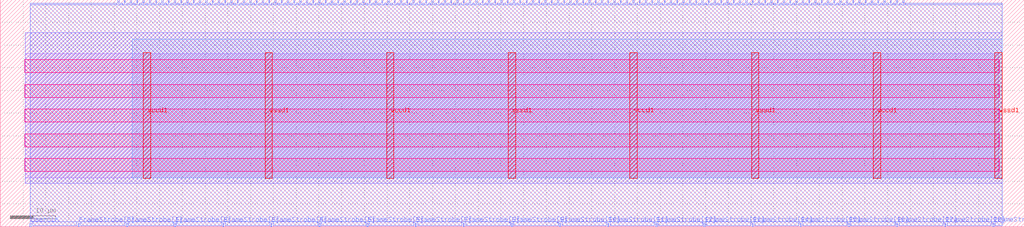
<source format=lef>
VERSION 5.7 ;
  NOWIREEXTENSIONATPIN ON ;
  DIVIDERCHAR "/" ;
  BUSBITCHARS "[]" ;
MACRO S_term_single
  CLASS BLOCK ;
  FOREIGN S_term_single ;
  ORIGIN 0.000 0.000 ;
  SIZE 225.000 BY 50.000 ;
  PIN Co
    DIRECTION OUTPUT TRISTATE ;
    USE SIGNAL ;
    PORT
      LAYER met2 ;
        RECT 170.750 49.200 171.030 50.000 ;
    END
  END Co
  PIN FrameStrobe[0]
    DIRECTION INPUT ;
    USE SIGNAL ;
    ANTENNAGATEAREA 0.213000 ;
    PORT
      LAYER met2 ;
        RECT 17.110 0.000 17.390 0.800 ;
    END
  END FrameStrobe[0]
  PIN FrameStrobe[10]
    DIRECTION INPUT ;
    USE SIGNAL ;
    ANTENNAGATEAREA 0.196500 ;
    PORT
      LAYER met2 ;
        RECT 122.910 0.000 123.190 0.800 ;
    END
  END FrameStrobe[10]
  PIN FrameStrobe[11]
    DIRECTION INPUT ;
    USE SIGNAL ;
    ANTENNAGATEAREA 0.196500 ;
    PORT
      LAYER met2 ;
        RECT 133.490 0.000 133.770 0.800 ;
    END
  END FrameStrobe[11]
  PIN FrameStrobe[12]
    DIRECTION INPUT ;
    USE SIGNAL ;
    ANTENNAGATEAREA 0.196500 ;
    PORT
      LAYER met2 ;
        RECT 144.070 0.000 144.350 0.800 ;
    END
  END FrameStrobe[12]
  PIN FrameStrobe[13]
    DIRECTION INPUT ;
    USE SIGNAL ;
    ANTENNAGATEAREA 0.196500 ;
    PORT
      LAYER met2 ;
        RECT 154.650 0.000 154.930 0.800 ;
    END
  END FrameStrobe[13]
  PIN FrameStrobe[14]
    DIRECTION INPUT ;
    USE SIGNAL ;
    ANTENNAGATEAREA 0.196500 ;
    PORT
      LAYER met2 ;
        RECT 165.230 0.000 165.510 0.800 ;
    END
  END FrameStrobe[14]
  PIN FrameStrobe[15]
    DIRECTION INPUT ;
    USE SIGNAL ;
    ANTENNAGATEAREA 0.196500 ;
    PORT
      LAYER met2 ;
        RECT 175.810 0.000 176.090 0.800 ;
    END
  END FrameStrobe[15]
  PIN FrameStrobe[16]
    DIRECTION INPUT ;
    USE SIGNAL ;
    ANTENNAGATEAREA 0.196500 ;
    PORT
      LAYER met2 ;
        RECT 186.390 0.000 186.670 0.800 ;
    END
  END FrameStrobe[16]
  PIN FrameStrobe[17]
    DIRECTION INPUT ;
    USE SIGNAL ;
    ANTENNAGATEAREA 0.196500 ;
    PORT
      LAYER met2 ;
        RECT 196.970 0.000 197.250 0.800 ;
    END
  END FrameStrobe[17]
  PIN FrameStrobe[18]
    DIRECTION INPUT ;
    USE SIGNAL ;
    ANTENNAGATEAREA 0.196500 ;
    PORT
      LAYER met2 ;
        RECT 207.550 0.000 207.830 0.800 ;
    END
  END FrameStrobe[18]
  PIN FrameStrobe[19]
    DIRECTION INPUT ;
    USE SIGNAL ;
    ANTENNAGATEAREA 0.196500 ;
    PORT
      LAYER met2 ;
        RECT 218.130 0.000 218.410 0.800 ;
    END
  END FrameStrobe[19]
  PIN FrameStrobe[1]
    DIRECTION INPUT ;
    USE SIGNAL ;
    ANTENNAGATEAREA 0.126000 ;
    PORT
      LAYER met2 ;
        RECT 27.690 0.000 27.970 0.800 ;
    END
  END FrameStrobe[1]
  PIN FrameStrobe[2]
    DIRECTION INPUT ;
    USE SIGNAL ;
    ANTENNAGATEAREA 0.126000 ;
    PORT
      LAYER met2 ;
        RECT 38.270 0.000 38.550 0.800 ;
    END
  END FrameStrobe[2]
  PIN FrameStrobe[3]
    DIRECTION INPUT ;
    USE SIGNAL ;
    ANTENNAGATEAREA 0.196500 ;
    PORT
      LAYER met2 ;
        RECT 48.850 0.000 49.130 0.800 ;
    END
  END FrameStrobe[3]
  PIN FrameStrobe[4]
    DIRECTION INPUT ;
    USE SIGNAL ;
    ANTENNAGATEAREA 0.196500 ;
    PORT
      LAYER met2 ;
        RECT 59.430 0.000 59.710 0.800 ;
    END
  END FrameStrobe[4]
  PIN FrameStrobe[5]
    DIRECTION INPUT ;
    USE SIGNAL ;
    ANTENNAGATEAREA 0.196500 ;
    PORT
      LAYER met2 ;
        RECT 70.010 0.000 70.290 0.800 ;
    END
  END FrameStrobe[5]
  PIN FrameStrobe[6]
    DIRECTION INPUT ;
    USE SIGNAL ;
    ANTENNAGATEAREA 0.196500 ;
    PORT
      LAYER met2 ;
        RECT 80.590 0.000 80.870 0.800 ;
    END
  END FrameStrobe[6]
  PIN FrameStrobe[7]
    DIRECTION INPUT ;
    USE SIGNAL ;
    ANTENNAGATEAREA 0.196500 ;
    PORT
      LAYER met2 ;
        RECT 91.170 0.000 91.450 0.800 ;
    END
  END FrameStrobe[7]
  PIN FrameStrobe[8]
    DIRECTION INPUT ;
    USE SIGNAL ;
    ANTENNAGATEAREA 0.196500 ;
    PORT
      LAYER met2 ;
        RECT 101.750 0.000 102.030 0.800 ;
    END
  END FrameStrobe[8]
  PIN FrameStrobe[9]
    DIRECTION INPUT ;
    USE SIGNAL ;
    ANTENNAGATEAREA 0.196500 ;
    PORT
      LAYER met2 ;
        RECT 112.330 0.000 112.610 0.800 ;
    END
  END FrameStrobe[9]
  PIN FrameStrobe_O[0]
    DIRECTION OUTPUT TRISTATE ;
    USE SIGNAL ;
    ANTENNADIFFAREA 0.795200 ;
    PORT
      LAYER met2 ;
        RECT 172.130 49.200 172.410 50.000 ;
    END
  END FrameStrobe_O[0]
  PIN FrameStrobe_O[10]
    DIRECTION OUTPUT TRISTATE ;
    USE SIGNAL ;
    ANTENNADIFFAREA 0.795200 ;
    PORT
      LAYER met2 ;
        RECT 185.930 49.200 186.210 50.000 ;
    END
  END FrameStrobe_O[10]
  PIN FrameStrobe_O[11]
    DIRECTION OUTPUT TRISTATE ;
    USE SIGNAL ;
    ANTENNADIFFAREA 0.795200 ;
    PORT
      LAYER met2 ;
        RECT 187.310 49.200 187.590 50.000 ;
    END
  END FrameStrobe_O[11]
  PIN FrameStrobe_O[12]
    DIRECTION OUTPUT TRISTATE ;
    USE SIGNAL ;
    ANTENNADIFFAREA 0.795200 ;
    PORT
      LAYER met2 ;
        RECT 188.690 49.200 188.970 50.000 ;
    END
  END FrameStrobe_O[12]
  PIN FrameStrobe_O[13]
    DIRECTION OUTPUT TRISTATE ;
    USE SIGNAL ;
    ANTENNADIFFAREA 0.795200 ;
    PORT
      LAYER met2 ;
        RECT 190.070 49.200 190.350 50.000 ;
    END
  END FrameStrobe_O[13]
  PIN FrameStrobe_O[14]
    DIRECTION OUTPUT TRISTATE ;
    USE SIGNAL ;
    ANTENNADIFFAREA 0.795200 ;
    PORT
      LAYER met2 ;
        RECT 191.450 49.200 191.730 50.000 ;
    END
  END FrameStrobe_O[14]
  PIN FrameStrobe_O[15]
    DIRECTION OUTPUT TRISTATE ;
    USE SIGNAL ;
    ANTENNADIFFAREA 0.795200 ;
    PORT
      LAYER met2 ;
        RECT 192.830 49.200 193.110 50.000 ;
    END
  END FrameStrobe_O[15]
  PIN FrameStrobe_O[16]
    DIRECTION OUTPUT TRISTATE ;
    USE SIGNAL ;
    ANTENNADIFFAREA 0.795200 ;
    PORT
      LAYER met2 ;
        RECT 194.210 49.200 194.490 50.000 ;
    END
  END FrameStrobe_O[16]
  PIN FrameStrobe_O[17]
    DIRECTION OUTPUT TRISTATE ;
    USE SIGNAL ;
    ANTENNADIFFAREA 0.795200 ;
    PORT
      LAYER met2 ;
        RECT 195.590 49.200 195.870 50.000 ;
    END
  END FrameStrobe_O[17]
  PIN FrameStrobe_O[18]
    DIRECTION OUTPUT TRISTATE ;
    USE SIGNAL ;
    ANTENNADIFFAREA 0.795200 ;
    PORT
      LAYER met2 ;
        RECT 196.970 49.200 197.250 50.000 ;
    END
  END FrameStrobe_O[18]
  PIN FrameStrobe_O[19]
    DIRECTION OUTPUT TRISTATE ;
    USE SIGNAL ;
    ANTENNADIFFAREA 0.795200 ;
    PORT
      LAYER met2 ;
        RECT 198.350 49.200 198.630 50.000 ;
    END
  END FrameStrobe_O[19]
  PIN FrameStrobe_O[1]
    DIRECTION OUTPUT TRISTATE ;
    USE SIGNAL ;
    ANTENNADIFFAREA 0.795200 ;
    PORT
      LAYER met2 ;
        RECT 173.510 49.200 173.790 50.000 ;
    END
  END FrameStrobe_O[1]
  PIN FrameStrobe_O[2]
    DIRECTION OUTPUT TRISTATE ;
    USE SIGNAL ;
    ANTENNADIFFAREA 0.795200 ;
    PORT
      LAYER met2 ;
        RECT 174.890 49.200 175.170 50.000 ;
    END
  END FrameStrobe_O[2]
  PIN FrameStrobe_O[3]
    DIRECTION OUTPUT TRISTATE ;
    USE SIGNAL ;
    ANTENNADIFFAREA 0.795200 ;
    PORT
      LAYER met2 ;
        RECT 176.270 49.200 176.550 50.000 ;
    END
  END FrameStrobe_O[3]
  PIN FrameStrobe_O[4]
    DIRECTION OUTPUT TRISTATE ;
    USE SIGNAL ;
    ANTENNADIFFAREA 0.795200 ;
    PORT
      LAYER met2 ;
        RECT 177.650 49.200 177.930 50.000 ;
    END
  END FrameStrobe_O[4]
  PIN FrameStrobe_O[5]
    DIRECTION OUTPUT TRISTATE ;
    USE SIGNAL ;
    ANTENNADIFFAREA 0.795200 ;
    PORT
      LAYER met2 ;
        RECT 179.030 49.200 179.310 50.000 ;
    END
  END FrameStrobe_O[5]
  PIN FrameStrobe_O[6]
    DIRECTION OUTPUT TRISTATE ;
    USE SIGNAL ;
    ANTENNADIFFAREA 0.795200 ;
    PORT
      LAYER met2 ;
        RECT 180.410 49.200 180.690 50.000 ;
    END
  END FrameStrobe_O[6]
  PIN FrameStrobe_O[7]
    DIRECTION OUTPUT TRISTATE ;
    USE SIGNAL ;
    ANTENNADIFFAREA 0.795200 ;
    PORT
      LAYER met2 ;
        RECT 181.790 49.200 182.070 50.000 ;
    END
  END FrameStrobe_O[7]
  PIN FrameStrobe_O[8]
    DIRECTION OUTPUT TRISTATE ;
    USE SIGNAL ;
    ANTENNADIFFAREA 0.795200 ;
    PORT
      LAYER met2 ;
        RECT 183.170 49.200 183.450 50.000 ;
    END
  END FrameStrobe_O[8]
  PIN FrameStrobe_O[9]
    DIRECTION OUTPUT TRISTATE ;
    USE SIGNAL ;
    ANTENNADIFFAREA 0.795200 ;
    PORT
      LAYER met2 ;
        RECT 184.550 49.200 184.830 50.000 ;
    END
  END FrameStrobe_O[9]
  PIN N1BEG[0]
    DIRECTION OUTPUT TRISTATE ;
    USE SIGNAL ;
    ANTENNADIFFAREA 0.795200 ;
    PORT
      LAYER met2 ;
        RECT 25.850 49.200 26.130 50.000 ;
    END
  END N1BEG[0]
  PIN N1BEG[1]
    DIRECTION OUTPUT TRISTATE ;
    USE SIGNAL ;
    ANTENNADIFFAREA 0.795200 ;
    PORT
      LAYER met2 ;
        RECT 27.230 49.200 27.510 50.000 ;
    END
  END N1BEG[1]
  PIN N1BEG[2]
    DIRECTION OUTPUT TRISTATE ;
    USE SIGNAL ;
    ANTENNADIFFAREA 0.795200 ;
    PORT
      LAYER met2 ;
        RECT 28.610 49.200 28.890 50.000 ;
    END
  END N1BEG[2]
  PIN N1BEG[3]
    DIRECTION OUTPUT TRISTATE ;
    USE SIGNAL ;
    ANTENNADIFFAREA 0.795200 ;
    PORT
      LAYER met2 ;
        RECT 29.990 49.200 30.270 50.000 ;
    END
  END N1BEG[3]
  PIN N2BEG[0]
    DIRECTION OUTPUT TRISTATE ;
    USE SIGNAL ;
    ANTENNADIFFAREA 0.795200 ;
    PORT
      LAYER met2 ;
        RECT 31.370 49.200 31.650 50.000 ;
    END
  END N2BEG[0]
  PIN N2BEG[1]
    DIRECTION OUTPUT TRISTATE ;
    USE SIGNAL ;
    ANTENNADIFFAREA 0.795200 ;
    PORT
      LAYER met2 ;
        RECT 32.750 49.200 33.030 50.000 ;
    END
  END N2BEG[1]
  PIN N2BEG[2]
    DIRECTION OUTPUT TRISTATE ;
    USE SIGNAL ;
    ANTENNADIFFAREA 0.795200 ;
    PORT
      LAYER met2 ;
        RECT 34.130 49.200 34.410 50.000 ;
    END
  END N2BEG[2]
  PIN N2BEG[3]
    DIRECTION OUTPUT TRISTATE ;
    USE SIGNAL ;
    ANTENNADIFFAREA 0.795200 ;
    PORT
      LAYER met2 ;
        RECT 35.510 49.200 35.790 50.000 ;
    END
  END N2BEG[3]
  PIN N2BEG[4]
    DIRECTION OUTPUT TRISTATE ;
    USE SIGNAL ;
    ANTENNADIFFAREA 0.795200 ;
    PORT
      LAYER met2 ;
        RECT 36.890 49.200 37.170 50.000 ;
    END
  END N2BEG[4]
  PIN N2BEG[5]
    DIRECTION OUTPUT TRISTATE ;
    USE SIGNAL ;
    ANTENNADIFFAREA 0.795200 ;
    PORT
      LAYER met2 ;
        RECT 38.270 49.200 38.550 50.000 ;
    END
  END N2BEG[5]
  PIN N2BEG[6]
    DIRECTION OUTPUT TRISTATE ;
    USE SIGNAL ;
    ANTENNADIFFAREA 0.795200 ;
    PORT
      LAYER met2 ;
        RECT 39.650 49.200 39.930 50.000 ;
    END
  END N2BEG[6]
  PIN N2BEG[7]
    DIRECTION OUTPUT TRISTATE ;
    USE SIGNAL ;
    ANTENNADIFFAREA 0.795200 ;
    PORT
      LAYER met2 ;
        RECT 41.030 49.200 41.310 50.000 ;
    END
  END N2BEG[7]
  PIN N2BEGb[0]
    DIRECTION OUTPUT TRISTATE ;
    USE SIGNAL ;
    ANTENNADIFFAREA 0.795200 ;
    PORT
      LAYER met2 ;
        RECT 42.410 49.200 42.690 50.000 ;
    END
  END N2BEGb[0]
  PIN N2BEGb[1]
    DIRECTION OUTPUT TRISTATE ;
    USE SIGNAL ;
    ANTENNADIFFAREA 0.795200 ;
    PORT
      LAYER met2 ;
        RECT 43.790 49.200 44.070 50.000 ;
    END
  END N2BEGb[1]
  PIN N2BEGb[2]
    DIRECTION OUTPUT TRISTATE ;
    USE SIGNAL ;
    ANTENNADIFFAREA 0.795200 ;
    PORT
      LAYER met2 ;
        RECT 45.170 49.200 45.450 50.000 ;
    END
  END N2BEGb[2]
  PIN N2BEGb[3]
    DIRECTION OUTPUT TRISTATE ;
    USE SIGNAL ;
    ANTENNADIFFAREA 0.795200 ;
    PORT
      LAYER met2 ;
        RECT 46.550 49.200 46.830 50.000 ;
    END
  END N2BEGb[3]
  PIN N2BEGb[4]
    DIRECTION OUTPUT TRISTATE ;
    USE SIGNAL ;
    ANTENNADIFFAREA 0.795200 ;
    PORT
      LAYER met2 ;
        RECT 47.930 49.200 48.210 50.000 ;
    END
  END N2BEGb[4]
  PIN N2BEGb[5]
    DIRECTION OUTPUT TRISTATE ;
    USE SIGNAL ;
    ANTENNADIFFAREA 0.795200 ;
    PORT
      LAYER met2 ;
        RECT 49.310 49.200 49.590 50.000 ;
    END
  END N2BEGb[5]
  PIN N2BEGb[6]
    DIRECTION OUTPUT TRISTATE ;
    USE SIGNAL ;
    ANTENNADIFFAREA 0.795200 ;
    PORT
      LAYER met2 ;
        RECT 50.690 49.200 50.970 50.000 ;
    END
  END N2BEGb[6]
  PIN N2BEGb[7]
    DIRECTION OUTPUT TRISTATE ;
    USE SIGNAL ;
    ANTENNADIFFAREA 0.795200 ;
    PORT
      LAYER met2 ;
        RECT 52.070 49.200 52.350 50.000 ;
    END
  END N2BEGb[7]
  PIN N4BEG[0]
    DIRECTION OUTPUT TRISTATE ;
    USE SIGNAL ;
    ANTENNADIFFAREA 0.795200 ;
    PORT
      LAYER met2 ;
        RECT 53.450 49.200 53.730 50.000 ;
    END
  END N4BEG[0]
  PIN N4BEG[10]
    DIRECTION OUTPUT TRISTATE ;
    USE SIGNAL ;
    ANTENNADIFFAREA 0.795200 ;
    PORT
      LAYER met2 ;
        RECT 67.250 49.200 67.530 50.000 ;
    END
  END N4BEG[10]
  PIN N4BEG[11]
    DIRECTION OUTPUT TRISTATE ;
    USE SIGNAL ;
    ANTENNADIFFAREA 0.795200 ;
    PORT
      LAYER met2 ;
        RECT 68.630 49.200 68.910 50.000 ;
    END
  END N4BEG[11]
  PIN N4BEG[12]
    DIRECTION OUTPUT TRISTATE ;
    USE SIGNAL ;
    ANTENNADIFFAREA 0.795200 ;
    PORT
      LAYER met2 ;
        RECT 70.010 49.200 70.290 50.000 ;
    END
  END N4BEG[12]
  PIN N4BEG[13]
    DIRECTION OUTPUT TRISTATE ;
    USE SIGNAL ;
    ANTENNADIFFAREA 0.795200 ;
    PORT
      LAYER met2 ;
        RECT 71.390 49.200 71.670 50.000 ;
    END
  END N4BEG[13]
  PIN N4BEG[14]
    DIRECTION OUTPUT TRISTATE ;
    USE SIGNAL ;
    ANTENNADIFFAREA 0.795200 ;
    PORT
      LAYER met2 ;
        RECT 72.770 49.200 73.050 50.000 ;
    END
  END N4BEG[14]
  PIN N4BEG[15]
    DIRECTION OUTPUT TRISTATE ;
    USE SIGNAL ;
    ANTENNADIFFAREA 0.795200 ;
    PORT
      LAYER met2 ;
        RECT 74.150 49.200 74.430 50.000 ;
    END
  END N4BEG[15]
  PIN N4BEG[1]
    DIRECTION OUTPUT TRISTATE ;
    USE SIGNAL ;
    ANTENNADIFFAREA 0.795200 ;
    PORT
      LAYER met2 ;
        RECT 54.830 49.200 55.110 50.000 ;
    END
  END N4BEG[1]
  PIN N4BEG[2]
    DIRECTION OUTPUT TRISTATE ;
    USE SIGNAL ;
    ANTENNADIFFAREA 0.795200 ;
    PORT
      LAYER met2 ;
        RECT 56.210 49.200 56.490 50.000 ;
    END
  END N4BEG[2]
  PIN N4BEG[3]
    DIRECTION OUTPUT TRISTATE ;
    USE SIGNAL ;
    ANTENNADIFFAREA 0.795200 ;
    PORT
      LAYER met2 ;
        RECT 57.590 49.200 57.870 50.000 ;
    END
  END N4BEG[3]
  PIN N4BEG[4]
    DIRECTION OUTPUT TRISTATE ;
    USE SIGNAL ;
    ANTENNADIFFAREA 0.795200 ;
    PORT
      LAYER met2 ;
        RECT 58.970 49.200 59.250 50.000 ;
    END
  END N4BEG[4]
  PIN N4BEG[5]
    DIRECTION OUTPUT TRISTATE ;
    USE SIGNAL ;
    ANTENNADIFFAREA 0.795200 ;
    PORT
      LAYER met2 ;
        RECT 60.350 49.200 60.630 50.000 ;
    END
  END N4BEG[5]
  PIN N4BEG[6]
    DIRECTION OUTPUT TRISTATE ;
    USE SIGNAL ;
    ANTENNADIFFAREA 0.795200 ;
    PORT
      LAYER met2 ;
        RECT 61.730 49.200 62.010 50.000 ;
    END
  END N4BEG[6]
  PIN N4BEG[7]
    DIRECTION OUTPUT TRISTATE ;
    USE SIGNAL ;
    ANTENNADIFFAREA 0.795200 ;
    PORT
      LAYER met2 ;
        RECT 63.110 49.200 63.390 50.000 ;
    END
  END N4BEG[7]
  PIN N4BEG[8]
    DIRECTION OUTPUT TRISTATE ;
    USE SIGNAL ;
    ANTENNADIFFAREA 0.795200 ;
    PORT
      LAYER met2 ;
        RECT 64.490 49.200 64.770 50.000 ;
    END
  END N4BEG[8]
  PIN N4BEG[9]
    DIRECTION OUTPUT TRISTATE ;
    USE SIGNAL ;
    ANTENNADIFFAREA 0.795200 ;
    PORT
      LAYER met2 ;
        RECT 65.870 49.200 66.150 50.000 ;
    END
  END N4BEG[9]
  PIN NN4BEG[0]
    DIRECTION OUTPUT TRISTATE ;
    USE SIGNAL ;
    ANTENNADIFFAREA 0.795200 ;
    PORT
      LAYER met2 ;
        RECT 75.530 49.200 75.810 50.000 ;
    END
  END NN4BEG[0]
  PIN NN4BEG[10]
    DIRECTION OUTPUT TRISTATE ;
    USE SIGNAL ;
    ANTENNADIFFAREA 0.795200 ;
    PORT
      LAYER met2 ;
        RECT 89.330 49.200 89.610 50.000 ;
    END
  END NN4BEG[10]
  PIN NN4BEG[11]
    DIRECTION OUTPUT TRISTATE ;
    USE SIGNAL ;
    ANTENNADIFFAREA 0.795200 ;
    PORT
      LAYER met2 ;
        RECT 90.710 49.200 90.990 50.000 ;
    END
  END NN4BEG[11]
  PIN NN4BEG[12]
    DIRECTION OUTPUT TRISTATE ;
    USE SIGNAL ;
    ANTENNADIFFAREA 0.795200 ;
    PORT
      LAYER met2 ;
        RECT 92.090 49.200 92.370 50.000 ;
    END
  END NN4BEG[12]
  PIN NN4BEG[13]
    DIRECTION OUTPUT TRISTATE ;
    USE SIGNAL ;
    ANTENNADIFFAREA 0.795200 ;
    PORT
      LAYER met2 ;
        RECT 93.470 49.200 93.750 50.000 ;
    END
  END NN4BEG[13]
  PIN NN4BEG[14]
    DIRECTION OUTPUT TRISTATE ;
    USE SIGNAL ;
    ANTENNADIFFAREA 0.795200 ;
    PORT
      LAYER met2 ;
        RECT 94.850 49.200 95.130 50.000 ;
    END
  END NN4BEG[14]
  PIN NN4BEG[15]
    DIRECTION OUTPUT TRISTATE ;
    USE SIGNAL ;
    ANTENNADIFFAREA 0.795200 ;
    PORT
      LAYER met2 ;
        RECT 96.230 49.200 96.510 50.000 ;
    END
  END NN4BEG[15]
  PIN NN4BEG[1]
    DIRECTION OUTPUT TRISTATE ;
    USE SIGNAL ;
    ANTENNADIFFAREA 0.795200 ;
    PORT
      LAYER met2 ;
        RECT 76.910 49.200 77.190 50.000 ;
    END
  END NN4BEG[1]
  PIN NN4BEG[2]
    DIRECTION OUTPUT TRISTATE ;
    USE SIGNAL ;
    ANTENNADIFFAREA 0.795200 ;
    PORT
      LAYER met2 ;
        RECT 78.290 49.200 78.570 50.000 ;
    END
  END NN4BEG[2]
  PIN NN4BEG[3]
    DIRECTION OUTPUT TRISTATE ;
    USE SIGNAL ;
    ANTENNADIFFAREA 0.795200 ;
    PORT
      LAYER met2 ;
        RECT 79.670 49.200 79.950 50.000 ;
    END
  END NN4BEG[3]
  PIN NN4BEG[4]
    DIRECTION OUTPUT TRISTATE ;
    USE SIGNAL ;
    ANTENNADIFFAREA 0.795200 ;
    PORT
      LAYER met2 ;
        RECT 81.050 49.200 81.330 50.000 ;
    END
  END NN4BEG[4]
  PIN NN4BEG[5]
    DIRECTION OUTPUT TRISTATE ;
    USE SIGNAL ;
    ANTENNADIFFAREA 0.795200 ;
    PORT
      LAYER met2 ;
        RECT 82.430 49.200 82.710 50.000 ;
    END
  END NN4BEG[5]
  PIN NN4BEG[6]
    DIRECTION OUTPUT TRISTATE ;
    USE SIGNAL ;
    ANTENNADIFFAREA 0.795200 ;
    PORT
      LAYER met2 ;
        RECT 83.810 49.200 84.090 50.000 ;
    END
  END NN4BEG[6]
  PIN NN4BEG[7]
    DIRECTION OUTPUT TRISTATE ;
    USE SIGNAL ;
    ANTENNADIFFAREA 0.795200 ;
    PORT
      LAYER met2 ;
        RECT 85.190 49.200 85.470 50.000 ;
    END
  END NN4BEG[7]
  PIN NN4BEG[8]
    DIRECTION OUTPUT TRISTATE ;
    USE SIGNAL ;
    ANTENNADIFFAREA 0.795200 ;
    PORT
      LAYER met2 ;
        RECT 86.570 49.200 86.850 50.000 ;
    END
  END NN4BEG[8]
  PIN NN4BEG[9]
    DIRECTION OUTPUT TRISTATE ;
    USE SIGNAL ;
    ANTENNADIFFAREA 0.795200 ;
    PORT
      LAYER met2 ;
        RECT 87.950 49.200 88.230 50.000 ;
    END
  END NN4BEG[9]
  PIN S1END[0]
    DIRECTION INPUT ;
    USE SIGNAL ;
    ANTENNAGATEAREA 0.196500 ;
    PORT
      LAYER met2 ;
        RECT 97.610 49.200 97.890 50.000 ;
    END
  END S1END[0]
  PIN S1END[1]
    DIRECTION INPUT ;
    USE SIGNAL ;
    ANTENNAGATEAREA 0.196500 ;
    PORT
      LAYER met2 ;
        RECT 98.990 49.200 99.270 50.000 ;
    END
  END S1END[1]
  PIN S1END[2]
    DIRECTION INPUT ;
    USE SIGNAL ;
    ANTENNAGATEAREA 0.196500 ;
    PORT
      LAYER met2 ;
        RECT 100.370 49.200 100.650 50.000 ;
    END
  END S1END[2]
  PIN S1END[3]
    DIRECTION INPUT ;
    USE SIGNAL ;
    ANTENNAGATEAREA 0.196500 ;
    PORT
      LAYER met2 ;
        RECT 101.750 49.200 102.030 50.000 ;
    END
  END S1END[3]
  PIN S2END[0]
    DIRECTION INPUT ;
    USE SIGNAL ;
    ANTENNAGATEAREA 0.196500 ;
    PORT
      LAYER met2 ;
        RECT 103.130 49.200 103.410 50.000 ;
    END
  END S2END[0]
  PIN S2END[1]
    DIRECTION INPUT ;
    USE SIGNAL ;
    ANTENNAGATEAREA 0.196500 ;
    PORT
      LAYER met2 ;
        RECT 104.510 49.200 104.790 50.000 ;
    END
  END S2END[1]
  PIN S2END[2]
    DIRECTION INPUT ;
    USE SIGNAL ;
    ANTENNAGATEAREA 0.196500 ;
    PORT
      LAYER met2 ;
        RECT 105.890 49.200 106.170 50.000 ;
    END
  END S2END[2]
  PIN S2END[3]
    DIRECTION INPUT ;
    USE SIGNAL ;
    ANTENNAGATEAREA 0.196500 ;
    PORT
      LAYER met2 ;
        RECT 107.270 49.200 107.550 50.000 ;
    END
  END S2END[3]
  PIN S2END[4]
    DIRECTION INPUT ;
    USE SIGNAL ;
    ANTENNAGATEAREA 0.196500 ;
    PORT
      LAYER met2 ;
        RECT 108.650 49.200 108.930 50.000 ;
    END
  END S2END[4]
  PIN S2END[5]
    DIRECTION INPUT ;
    USE SIGNAL ;
    ANTENNAGATEAREA 0.196500 ;
    PORT
      LAYER met2 ;
        RECT 110.030 49.200 110.310 50.000 ;
    END
  END S2END[5]
  PIN S2END[6]
    DIRECTION INPUT ;
    USE SIGNAL ;
    ANTENNAGATEAREA 0.196500 ;
    PORT
      LAYER met2 ;
        RECT 111.410 49.200 111.690 50.000 ;
    END
  END S2END[6]
  PIN S2END[7]
    DIRECTION INPUT ;
    USE SIGNAL ;
    ANTENNAGATEAREA 0.196500 ;
    PORT
      LAYER met2 ;
        RECT 112.790 49.200 113.070 50.000 ;
    END
  END S2END[7]
  PIN S2MID[0]
    DIRECTION INPUT ;
    USE SIGNAL ;
    ANTENNAGATEAREA 0.196500 ;
    PORT
      LAYER met2 ;
        RECT 114.170 49.200 114.450 50.000 ;
    END
  END S2MID[0]
  PIN S2MID[1]
    DIRECTION INPUT ;
    USE SIGNAL ;
    ANTENNAGATEAREA 0.196500 ;
    PORT
      LAYER met2 ;
        RECT 115.550 49.200 115.830 50.000 ;
    END
  END S2MID[1]
  PIN S2MID[2]
    DIRECTION INPUT ;
    USE SIGNAL ;
    ANTENNAGATEAREA 0.196500 ;
    PORT
      LAYER met2 ;
        RECT 116.930 49.200 117.210 50.000 ;
    END
  END S2MID[2]
  PIN S2MID[3]
    DIRECTION INPUT ;
    USE SIGNAL ;
    ANTENNAGATEAREA 0.196500 ;
    PORT
      LAYER met2 ;
        RECT 118.310 49.200 118.590 50.000 ;
    END
  END S2MID[3]
  PIN S2MID[4]
    DIRECTION INPUT ;
    USE SIGNAL ;
    ANTENNAGATEAREA 0.196500 ;
    PORT
      LAYER met2 ;
        RECT 119.690 49.200 119.970 50.000 ;
    END
  END S2MID[4]
  PIN S2MID[5]
    DIRECTION INPUT ;
    USE SIGNAL ;
    ANTENNAGATEAREA 0.196500 ;
    PORT
      LAYER met2 ;
        RECT 121.070 49.200 121.350 50.000 ;
    END
  END S2MID[5]
  PIN S2MID[6]
    DIRECTION INPUT ;
    USE SIGNAL ;
    ANTENNAGATEAREA 0.196500 ;
    PORT
      LAYER met2 ;
        RECT 122.450 49.200 122.730 50.000 ;
    END
  END S2MID[6]
  PIN S2MID[7]
    DIRECTION INPUT ;
    USE SIGNAL ;
    ANTENNAGATEAREA 0.196500 ;
    PORT
      LAYER met2 ;
        RECT 123.830 49.200 124.110 50.000 ;
    END
  END S2MID[7]
  PIN S4END[0]
    DIRECTION INPUT ;
    USE SIGNAL ;
    ANTENNAGATEAREA 0.196500 ;
    PORT
      LAYER met2 ;
        RECT 125.210 49.200 125.490 50.000 ;
    END
  END S4END[0]
  PIN S4END[10]
    DIRECTION INPUT ;
    USE SIGNAL ;
    ANTENNAGATEAREA 0.196500 ;
    PORT
      LAYER met2 ;
        RECT 139.010 49.200 139.290 50.000 ;
    END
  END S4END[10]
  PIN S4END[11]
    DIRECTION INPUT ;
    USE SIGNAL ;
    ANTENNAGATEAREA 0.196500 ;
    PORT
      LAYER met2 ;
        RECT 140.390 49.200 140.670 50.000 ;
    END
  END S4END[11]
  PIN S4END[12]
    DIRECTION INPUT ;
    USE SIGNAL ;
    ANTENNAGATEAREA 0.196500 ;
    PORT
      LAYER met2 ;
        RECT 141.770 49.200 142.050 50.000 ;
    END
  END S4END[12]
  PIN S4END[13]
    DIRECTION INPUT ;
    USE SIGNAL ;
    ANTENNAGATEAREA 0.196500 ;
    PORT
      LAYER met2 ;
        RECT 143.150 49.200 143.430 50.000 ;
    END
  END S4END[13]
  PIN S4END[14]
    DIRECTION INPUT ;
    USE SIGNAL ;
    ANTENNAGATEAREA 0.196500 ;
    PORT
      LAYER met2 ;
        RECT 144.530 49.200 144.810 50.000 ;
    END
  END S4END[14]
  PIN S4END[15]
    DIRECTION INPUT ;
    USE SIGNAL ;
    ANTENNAGATEAREA 0.196500 ;
    PORT
      LAYER met2 ;
        RECT 145.910 49.200 146.190 50.000 ;
    END
  END S4END[15]
  PIN S4END[1]
    DIRECTION INPUT ;
    USE SIGNAL ;
    ANTENNAGATEAREA 0.196500 ;
    PORT
      LAYER met2 ;
        RECT 126.590 49.200 126.870 50.000 ;
    END
  END S4END[1]
  PIN S4END[2]
    DIRECTION INPUT ;
    USE SIGNAL ;
    ANTENNAGATEAREA 0.196500 ;
    PORT
      LAYER met2 ;
        RECT 127.970 49.200 128.250 50.000 ;
    END
  END S4END[2]
  PIN S4END[3]
    DIRECTION INPUT ;
    USE SIGNAL ;
    ANTENNAGATEAREA 0.196500 ;
    PORT
      LAYER met2 ;
        RECT 129.350 49.200 129.630 50.000 ;
    END
  END S4END[3]
  PIN S4END[4]
    DIRECTION INPUT ;
    USE SIGNAL ;
    ANTENNAGATEAREA 0.196500 ;
    PORT
      LAYER met2 ;
        RECT 130.730 49.200 131.010 50.000 ;
    END
  END S4END[4]
  PIN S4END[5]
    DIRECTION INPUT ;
    USE SIGNAL ;
    ANTENNAGATEAREA 0.196500 ;
    PORT
      LAYER met2 ;
        RECT 132.110 49.200 132.390 50.000 ;
    END
  END S4END[5]
  PIN S4END[6]
    DIRECTION INPUT ;
    USE SIGNAL ;
    ANTENNAGATEAREA 0.196500 ;
    PORT
      LAYER met2 ;
        RECT 133.490 49.200 133.770 50.000 ;
    END
  END S4END[6]
  PIN S4END[7]
    DIRECTION INPUT ;
    USE SIGNAL ;
    ANTENNAGATEAREA 0.196500 ;
    PORT
      LAYER met2 ;
        RECT 134.870 49.200 135.150 50.000 ;
    END
  END S4END[7]
  PIN S4END[8]
    DIRECTION INPUT ;
    USE SIGNAL ;
    ANTENNAGATEAREA 0.196500 ;
    PORT
      LAYER met2 ;
        RECT 136.250 49.200 136.530 50.000 ;
    END
  END S4END[8]
  PIN S4END[9]
    DIRECTION INPUT ;
    USE SIGNAL ;
    ANTENNAGATEAREA 0.196500 ;
    PORT
      LAYER met2 ;
        RECT 137.630 49.200 137.910 50.000 ;
    END
  END S4END[9]
  PIN SS4END[0]
    DIRECTION INPUT ;
    USE SIGNAL ;
    ANTENNAGATEAREA 0.196500 ;
    PORT
      LAYER met2 ;
        RECT 147.290 49.200 147.570 50.000 ;
    END
  END SS4END[0]
  PIN SS4END[10]
    DIRECTION INPUT ;
    USE SIGNAL ;
    ANTENNAGATEAREA 0.196500 ;
    PORT
      LAYER met2 ;
        RECT 161.090 49.200 161.370 50.000 ;
    END
  END SS4END[10]
  PIN SS4END[11]
    DIRECTION INPUT ;
    USE SIGNAL ;
    ANTENNAGATEAREA 0.196500 ;
    PORT
      LAYER met2 ;
        RECT 162.470 49.200 162.750 50.000 ;
    END
  END SS4END[11]
  PIN SS4END[12]
    DIRECTION INPUT ;
    USE SIGNAL ;
    ANTENNAGATEAREA 0.196500 ;
    PORT
      LAYER met2 ;
        RECT 163.850 49.200 164.130 50.000 ;
    END
  END SS4END[12]
  PIN SS4END[13]
    DIRECTION INPUT ;
    USE SIGNAL ;
    ANTENNAGATEAREA 0.196500 ;
    PORT
      LAYER met2 ;
        RECT 165.230 49.200 165.510 50.000 ;
    END
  END SS4END[13]
  PIN SS4END[14]
    DIRECTION INPUT ;
    USE SIGNAL ;
    ANTENNAGATEAREA 0.196500 ;
    PORT
      LAYER met2 ;
        RECT 166.610 49.200 166.890 50.000 ;
    END
  END SS4END[14]
  PIN SS4END[15]
    DIRECTION INPUT ;
    USE SIGNAL ;
    ANTENNAGATEAREA 0.196500 ;
    PORT
      LAYER met2 ;
        RECT 167.990 49.200 168.270 50.000 ;
    END
  END SS4END[15]
  PIN SS4END[1]
    DIRECTION INPUT ;
    USE SIGNAL ;
    ANTENNAGATEAREA 0.196500 ;
    PORT
      LAYER met2 ;
        RECT 148.670 49.200 148.950 50.000 ;
    END
  END SS4END[1]
  PIN SS4END[2]
    DIRECTION INPUT ;
    USE SIGNAL ;
    ANTENNAGATEAREA 0.196500 ;
    PORT
      LAYER met2 ;
        RECT 150.050 49.200 150.330 50.000 ;
    END
  END SS4END[2]
  PIN SS4END[3]
    DIRECTION INPUT ;
    USE SIGNAL ;
    ANTENNAGATEAREA 0.196500 ;
    PORT
      LAYER met2 ;
        RECT 151.430 49.200 151.710 50.000 ;
    END
  END SS4END[3]
  PIN SS4END[4]
    DIRECTION INPUT ;
    USE SIGNAL ;
    ANTENNAGATEAREA 0.196500 ;
    PORT
      LAYER met2 ;
        RECT 152.810 49.200 153.090 50.000 ;
    END
  END SS4END[4]
  PIN SS4END[5]
    DIRECTION INPUT ;
    USE SIGNAL ;
    ANTENNAGATEAREA 0.196500 ;
    PORT
      LAYER met2 ;
        RECT 154.190 49.200 154.470 50.000 ;
    END
  END SS4END[5]
  PIN SS4END[6]
    DIRECTION INPUT ;
    USE SIGNAL ;
    ANTENNAGATEAREA 0.196500 ;
    PORT
      LAYER met2 ;
        RECT 155.570 49.200 155.850 50.000 ;
    END
  END SS4END[6]
  PIN SS4END[7]
    DIRECTION INPUT ;
    USE SIGNAL ;
    ANTENNAGATEAREA 0.196500 ;
    PORT
      LAYER met2 ;
        RECT 156.950 49.200 157.230 50.000 ;
    END
  END SS4END[7]
  PIN SS4END[8]
    DIRECTION INPUT ;
    USE SIGNAL ;
    ANTENNAGATEAREA 0.196500 ;
    PORT
      LAYER met2 ;
        RECT 158.330 49.200 158.610 50.000 ;
    END
  END SS4END[8]
  PIN SS4END[9]
    DIRECTION INPUT ;
    USE SIGNAL ;
    ANTENNAGATEAREA 0.196500 ;
    PORT
      LAYER met2 ;
        RECT 159.710 49.200 159.990 50.000 ;
    END
  END SS4END[9]
  PIN UserCLK
    DIRECTION INPUT ;
    USE SIGNAL ;
    ANTENNAGATEAREA 0.126000 ;
    PORT
      LAYER met2 ;
        RECT 6.530 0.000 6.810 0.800 ;
    END
  END UserCLK
  PIN UserCLKo
    DIRECTION OUTPUT TRISTATE ;
    USE SIGNAL ;
    ANTENNADIFFAREA 0.795200 ;
    PORT
      LAYER met2 ;
        RECT 169.370 49.200 169.650 50.000 ;
    END
  END UserCLKo
  PIN vccd1
    DIRECTION INOUT ;
    USE POWER ;
    PORT
      LAYER met4 ;
        RECT 31.455 10.640 33.055 38.320 ;
    END
    PORT
      LAYER met4 ;
        RECT 84.925 10.640 86.525 38.320 ;
    END
    PORT
      LAYER met4 ;
        RECT 138.395 10.640 139.995 38.320 ;
    END
    PORT
      LAYER met4 ;
        RECT 191.865 10.640 193.465 38.320 ;
    END
  END vccd1
  PIN vssd1
    DIRECTION INOUT ;
    USE GROUND ;
    PORT
      LAYER met4 ;
        RECT 58.190 10.640 59.790 38.320 ;
    END
    PORT
      LAYER met4 ;
        RECT 111.660 10.640 113.260 38.320 ;
    END
    PORT
      LAYER met4 ;
        RECT 165.130 10.640 166.730 38.320 ;
    END
    PORT
      LAYER met4 ;
        RECT 218.600 10.640 220.200 38.320 ;
    END
  END vssd1
  OBS
      LAYER nwell ;
        RECT 5.330 33.945 219.610 36.775 ;
        RECT 5.330 28.505 219.610 31.335 ;
        RECT 5.330 23.065 219.610 25.895 ;
        RECT 5.330 17.625 219.610 20.455 ;
        RECT 5.330 12.185 219.610 15.015 ;
      LAYER li1 ;
        RECT 5.520 10.795 219.420 38.165 ;
      LAYER met1 ;
        RECT 5.520 9.560 220.200 42.800 ;
      LAYER met2 ;
        RECT 6.540 48.920 25.570 49.200 ;
        RECT 26.410 48.920 26.950 49.200 ;
        RECT 27.790 48.920 28.330 49.200 ;
        RECT 29.170 48.920 29.710 49.200 ;
        RECT 30.550 48.920 31.090 49.200 ;
        RECT 31.930 48.920 32.470 49.200 ;
        RECT 33.310 48.920 33.850 49.200 ;
        RECT 34.690 48.920 35.230 49.200 ;
        RECT 36.070 48.920 36.610 49.200 ;
        RECT 37.450 48.920 37.990 49.200 ;
        RECT 38.830 48.920 39.370 49.200 ;
        RECT 40.210 48.920 40.750 49.200 ;
        RECT 41.590 48.920 42.130 49.200 ;
        RECT 42.970 48.920 43.510 49.200 ;
        RECT 44.350 48.920 44.890 49.200 ;
        RECT 45.730 48.920 46.270 49.200 ;
        RECT 47.110 48.920 47.650 49.200 ;
        RECT 48.490 48.920 49.030 49.200 ;
        RECT 49.870 48.920 50.410 49.200 ;
        RECT 51.250 48.920 51.790 49.200 ;
        RECT 52.630 48.920 53.170 49.200 ;
        RECT 54.010 48.920 54.550 49.200 ;
        RECT 55.390 48.920 55.930 49.200 ;
        RECT 56.770 48.920 57.310 49.200 ;
        RECT 58.150 48.920 58.690 49.200 ;
        RECT 59.530 48.920 60.070 49.200 ;
        RECT 60.910 48.920 61.450 49.200 ;
        RECT 62.290 48.920 62.830 49.200 ;
        RECT 63.670 48.920 64.210 49.200 ;
        RECT 65.050 48.920 65.590 49.200 ;
        RECT 66.430 48.920 66.970 49.200 ;
        RECT 67.810 48.920 68.350 49.200 ;
        RECT 69.190 48.920 69.730 49.200 ;
        RECT 70.570 48.920 71.110 49.200 ;
        RECT 71.950 48.920 72.490 49.200 ;
        RECT 73.330 48.920 73.870 49.200 ;
        RECT 74.710 48.920 75.250 49.200 ;
        RECT 76.090 48.920 76.630 49.200 ;
        RECT 77.470 48.920 78.010 49.200 ;
        RECT 78.850 48.920 79.390 49.200 ;
        RECT 80.230 48.920 80.770 49.200 ;
        RECT 81.610 48.920 82.150 49.200 ;
        RECT 82.990 48.920 83.530 49.200 ;
        RECT 84.370 48.920 84.910 49.200 ;
        RECT 85.750 48.920 86.290 49.200 ;
        RECT 87.130 48.920 87.670 49.200 ;
        RECT 88.510 48.920 89.050 49.200 ;
        RECT 89.890 48.920 90.430 49.200 ;
        RECT 91.270 48.920 91.810 49.200 ;
        RECT 92.650 48.920 93.190 49.200 ;
        RECT 94.030 48.920 94.570 49.200 ;
        RECT 95.410 48.920 95.950 49.200 ;
        RECT 96.790 48.920 97.330 49.200 ;
        RECT 98.170 48.920 98.710 49.200 ;
        RECT 99.550 48.920 100.090 49.200 ;
        RECT 100.930 48.920 101.470 49.200 ;
        RECT 102.310 48.920 102.850 49.200 ;
        RECT 103.690 48.920 104.230 49.200 ;
        RECT 105.070 48.920 105.610 49.200 ;
        RECT 106.450 48.920 106.990 49.200 ;
        RECT 107.830 48.920 108.370 49.200 ;
        RECT 109.210 48.920 109.750 49.200 ;
        RECT 110.590 48.920 111.130 49.200 ;
        RECT 111.970 48.920 112.510 49.200 ;
        RECT 113.350 48.920 113.890 49.200 ;
        RECT 114.730 48.920 115.270 49.200 ;
        RECT 116.110 48.920 116.650 49.200 ;
        RECT 117.490 48.920 118.030 49.200 ;
        RECT 118.870 48.920 119.410 49.200 ;
        RECT 120.250 48.920 120.790 49.200 ;
        RECT 121.630 48.920 122.170 49.200 ;
        RECT 123.010 48.920 123.550 49.200 ;
        RECT 124.390 48.920 124.930 49.200 ;
        RECT 125.770 48.920 126.310 49.200 ;
        RECT 127.150 48.920 127.690 49.200 ;
        RECT 128.530 48.920 129.070 49.200 ;
        RECT 129.910 48.920 130.450 49.200 ;
        RECT 131.290 48.920 131.830 49.200 ;
        RECT 132.670 48.920 133.210 49.200 ;
        RECT 134.050 48.920 134.590 49.200 ;
        RECT 135.430 48.920 135.970 49.200 ;
        RECT 136.810 48.920 137.350 49.200 ;
        RECT 138.190 48.920 138.730 49.200 ;
        RECT 139.570 48.920 140.110 49.200 ;
        RECT 140.950 48.920 141.490 49.200 ;
        RECT 142.330 48.920 142.870 49.200 ;
        RECT 143.710 48.920 144.250 49.200 ;
        RECT 145.090 48.920 145.630 49.200 ;
        RECT 146.470 48.920 147.010 49.200 ;
        RECT 147.850 48.920 148.390 49.200 ;
        RECT 149.230 48.920 149.770 49.200 ;
        RECT 150.610 48.920 151.150 49.200 ;
        RECT 151.990 48.920 152.530 49.200 ;
        RECT 153.370 48.920 153.910 49.200 ;
        RECT 154.750 48.920 155.290 49.200 ;
        RECT 156.130 48.920 156.670 49.200 ;
        RECT 157.510 48.920 158.050 49.200 ;
        RECT 158.890 48.920 159.430 49.200 ;
        RECT 160.270 48.920 160.810 49.200 ;
        RECT 161.650 48.920 162.190 49.200 ;
        RECT 163.030 48.920 163.570 49.200 ;
        RECT 164.410 48.920 164.950 49.200 ;
        RECT 165.790 48.920 166.330 49.200 ;
        RECT 167.170 48.920 167.710 49.200 ;
        RECT 168.550 48.920 169.090 49.200 ;
        RECT 169.930 48.920 170.470 49.200 ;
        RECT 171.310 48.920 171.850 49.200 ;
        RECT 172.690 48.920 173.230 49.200 ;
        RECT 174.070 48.920 174.610 49.200 ;
        RECT 175.450 48.920 175.990 49.200 ;
        RECT 176.830 48.920 177.370 49.200 ;
        RECT 178.210 48.920 178.750 49.200 ;
        RECT 179.590 48.920 180.130 49.200 ;
        RECT 180.970 48.920 181.510 49.200 ;
        RECT 182.350 48.920 182.890 49.200 ;
        RECT 183.730 48.920 184.270 49.200 ;
        RECT 185.110 48.920 185.650 49.200 ;
        RECT 186.490 48.920 187.030 49.200 ;
        RECT 187.870 48.920 188.410 49.200 ;
        RECT 189.250 48.920 189.790 49.200 ;
        RECT 190.630 48.920 191.170 49.200 ;
        RECT 192.010 48.920 192.550 49.200 ;
        RECT 193.390 48.920 193.930 49.200 ;
        RECT 194.770 48.920 195.310 49.200 ;
        RECT 196.150 48.920 196.690 49.200 ;
        RECT 197.530 48.920 198.070 49.200 ;
        RECT 198.910 48.920 220.170 49.200 ;
        RECT 6.540 1.080 220.170 48.920 ;
        RECT 7.090 0.270 16.830 1.080 ;
        RECT 17.670 0.270 27.410 1.080 ;
        RECT 28.250 0.270 37.990 1.080 ;
        RECT 38.830 0.270 48.570 1.080 ;
        RECT 49.410 0.270 59.150 1.080 ;
        RECT 59.990 0.270 69.730 1.080 ;
        RECT 70.570 0.270 80.310 1.080 ;
        RECT 81.150 0.270 90.890 1.080 ;
        RECT 91.730 0.270 101.470 1.080 ;
        RECT 102.310 0.270 112.050 1.080 ;
        RECT 112.890 0.270 122.630 1.080 ;
        RECT 123.470 0.270 133.210 1.080 ;
        RECT 134.050 0.270 143.790 1.080 ;
        RECT 144.630 0.270 154.370 1.080 ;
        RECT 155.210 0.270 164.950 1.080 ;
        RECT 165.790 0.270 175.530 1.080 ;
        RECT 176.370 0.270 186.110 1.080 ;
        RECT 186.950 0.270 196.690 1.080 ;
        RECT 197.530 0.270 207.270 1.080 ;
        RECT 208.110 0.270 217.850 1.080 ;
        RECT 218.690 0.270 220.170 1.080 ;
      LAYER met3 ;
        RECT 29.045 10.715 220.190 41.305 ;
  END
END S_term_single
END LIBRARY


</source>
